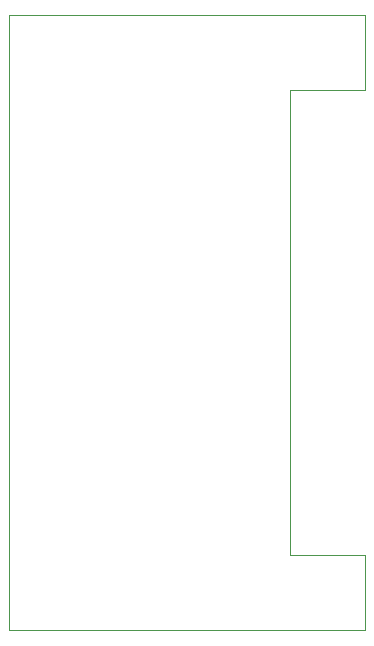
<source format=gm1>
%TF.GenerationSoftware,KiCad,Pcbnew,(5.1.10-1-10_14)*%
%TF.CreationDate,2021-10-22T00:21:01+02:00*%
%TF.ProjectId,breadboard-psu,62726561-6462-46f6-9172-642d7073752e,a*%
%TF.SameCoordinates,Original*%
%TF.FileFunction,Profile,NP*%
%FSLAX46Y46*%
G04 Gerber Fmt 4.6, Leading zero omitted, Abs format (unit mm)*
G04 Created by KiCad (PCBNEW (5.1.10-1-10_14)) date 2021-10-22 00:21:01*
%MOMM*%
%LPD*%
G01*
G04 APERTURE LIST*
%TA.AperFunction,Profile*%
%ADD10C,0.050000*%
%TD*%
G04 APERTURE END LIST*
D10*
X118999000Y-69850000D02*
X118999000Y-63500000D01*
X112649000Y-69850000D02*
X118999000Y-69850000D01*
X112649000Y-109220000D02*
X112649000Y-69850000D01*
X118999000Y-109220000D02*
X112649000Y-109220000D01*
X118999000Y-115570000D02*
X118999000Y-109220000D01*
X118999000Y-63500000D02*
X88900000Y-63500000D01*
X88900000Y-115570000D02*
X118999000Y-115570000D01*
X88900000Y-63500000D02*
X88900000Y-115570000D01*
M02*

</source>
